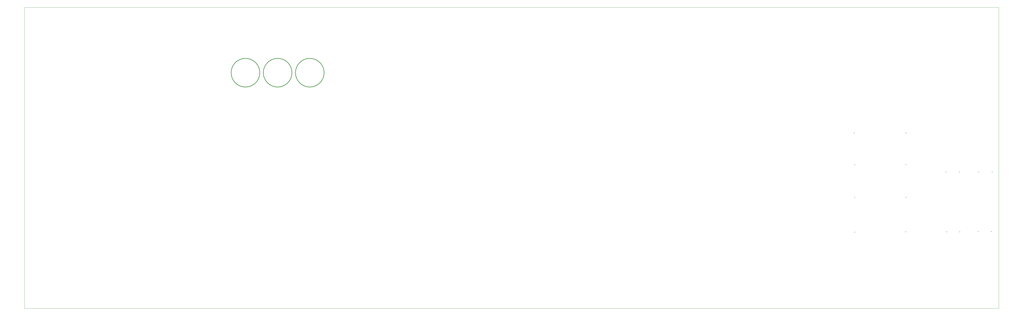
<source format=gm1>
G04*
G04 #@! TF.GenerationSoftware,Altium Limited,Altium Designer,18.0.12 (696)*
G04*
G04 Layer_Color=16711935*
%FSLAX25Y25*%
%MOIN*%
G70*
G01*
G75*
%ADD10C,0.01000*%
%ADD15C,0.00394*%
%ADD24C,0.00100*%
D10*
X522996Y411307D02*
G03*
X522996Y411307I-25000J0D01*
G01*
X466881Y411307D02*
G03*
X466881Y411307I-25000J0D01*
G01*
X410767D02*
G03*
X410767Y411307I-25000J0D01*
G01*
D15*
X1607142Y238172D02*
X1608717D01*
X1607929Y237384D02*
Y238959D01*
X1630713Y238000D02*
X1632287D01*
X1631500Y237213D02*
Y238787D01*
X1664929Y237384D02*
Y238959D01*
X1664142Y238172D02*
X1665717D01*
X1688500Y237384D02*
Y238959D01*
X1687713Y238172D02*
X1689287D01*
X1686213Y134200D02*
X1687787D01*
X1687000Y133413D02*
Y134987D01*
X1663366Y134456D02*
X1664941D01*
X1664153Y133669D02*
Y135243D01*
X1631900Y133113D02*
Y134687D01*
X1631113Y133900D02*
X1632687D01*
X1609000Y133113D02*
Y134687D01*
X1608213Y133900D02*
X1609787D01*
X1536740D02*
X1538315D01*
X1537527Y133113D02*
Y134687D01*
X1448500Y132447D02*
Y134022D01*
X1447713Y133235D02*
X1449287D01*
X1537213Y194000D02*
X1538787D01*
X1538000Y193213D02*
Y194787D01*
X1448500Y193213D02*
Y194787D01*
X1447713Y194000D02*
X1449287D01*
X1537213Y251000D02*
X1538787D01*
X1538000Y250213D02*
Y251787D01*
X1448500Y250213D02*
Y251787D01*
X1447713Y251000D02*
X1449287D01*
X1448027Y305213D02*
Y306787D01*
X1447240Y306000D02*
X1448815D01*
X1537213D02*
X1538787D01*
X1538000Y305213D02*
Y306787D01*
D24*
X0Y525000D02*
X1700000D01*
Y0D02*
Y525000D01*
X0Y0D02*
X1700000D01*
X0D02*
Y525000D01*
M02*

</source>
